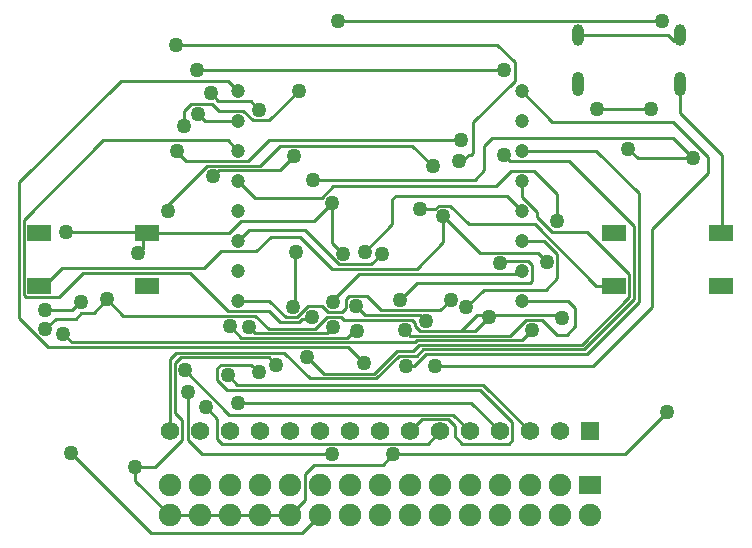
<source format=gbr>
%TF.GenerationSoftware,KiCad,Pcbnew,9.0.6*%
%TF.CreationDate,2025-12-04T12:23:30+01:00*%
%TF.ProjectId,Motherboard,4d6f7468-6572-4626-9f61-72642e6b6963,rev?*%
%TF.SameCoordinates,Original*%
%TF.FileFunction,Copper,L4,Bot*%
%TF.FilePolarity,Positive*%
%FSLAX46Y46*%
G04 Gerber Fmt 4.6, Leading zero omitted, Abs format (unit mm)*
G04 Created by KiCad (PCBNEW 9.0.6) date 2025-12-04 12:23:30*
%MOMM*%
%LPD*%
G01*
G04 APERTURE LIST*
%TA.AperFunction,SMDPad,CuDef*%
%ADD10R,2.100000X1.400000*%
%TD*%
%TA.AperFunction,ComponentPad*%
%ADD11C,1.200000*%
%TD*%
%TA.AperFunction,ComponentPad*%
%ADD12R,1.900000X1.574800*%
%TD*%
%TA.AperFunction,ComponentPad*%
%ADD13C,1.900000*%
%TD*%
%TA.AperFunction,ComponentPad*%
%ADD14C,1.570000*%
%TD*%
%TA.AperFunction,ComponentPad*%
%ADD15R,1.570000X1.570000*%
%TD*%
%TA.AperFunction,ComponentPad*%
%ADD16O,1.000000X1.850000*%
%TD*%
%TA.AperFunction,ComponentPad*%
%ADD17O,1.000000X2.100000*%
%TD*%
%TA.AperFunction,ComponentPad*%
%ADD18C,0.001000*%
%TD*%
%TA.AperFunction,ViaPad*%
%ADD19C,1.270000*%
%TD*%
%TA.AperFunction,Conductor*%
%ADD20C,0.254000*%
%TD*%
G04 APERTURE END LIST*
D10*
%TO.P,SW1,2,2*%
%TO.N,unconnected-(SW1-Pad2)*%
X128794099Y-105587115D03*
%TO.P,SW1,1,1*%
%TO.N,/B1*%
X119694099Y-105587115D03*
%TO.P,SW1,4,4*%
%TO.N,GND*%
X128794099Y-101087115D03*
%TO.P,SW1,3,3*%
%TO.N,unconnected-(SW1-Pad3)*%
X119694099Y-101087115D03*
%TD*%
%TO.P,SW2,3,3*%
%TO.N,unconnected-(SW2-Pad3)*%
X168335099Y-101087115D03*
%TO.P,SW2,4,4*%
%TO.N,GND*%
X177435099Y-101087115D03*
%TO.P,SW2,1,1*%
%TO.N,/B2*%
X168335099Y-105587115D03*
%TO.P,SW2,2,2*%
%TO.N,unconnected-(SW2-Pad2)*%
X177435099Y-105587115D03*
%TD*%
D11*
%TO.P,L1,16,COL8*%
%TO.N,/SEGG*%
X136526119Y-89094115D03*
%TO.P,L1,15,COL7*%
%TO.N,/SEGF*%
X136526119Y-91634115D03*
%TO.P,L1,14,ROW2*%
%TO.N,/DIG1*%
X136526119Y-94174115D03*
%TO.P,L1,13,COL1*%
%TO.N,/SEGDP*%
X136526119Y-96714115D03*
%TO.P,L1,12,ROW4*%
%TO.N,/DIG3*%
X136526119Y-99254125D03*
%TO.P,L1,11,COL6*%
%TO.N,/SEGE*%
X136526119Y-101794125D03*
%TO.P,L1,10,COL4*%
%TO.N,/SEGC*%
X136526119Y-104334125D03*
%TO.P,L1,9,ROW1*%
%TO.N,/DIG0*%
X136526119Y-106874125D03*
%TO.P,L1,8,ROW3*%
%TO.N,/DIG2*%
X160526079Y-106874125D03*
%TO.P,L1,7,ROW6*%
%TO.N,/DIG5*%
X160526079Y-104334125D03*
%TO.P,L1,6,COL5*%
%TO.N,/SEGD*%
X160526079Y-101794125D03*
%TO.P,L1,5,ROW8*%
%TO.N,/DIG7*%
X160526079Y-99254125D03*
%TO.P,L1,4,COL3*%
%TO.N,/SEGB*%
X160526079Y-96714115D03*
%TO.P,L1,3,COL2*%
%TO.N,/SEGA*%
X160526079Y-94174115D03*
%TO.P,L1,2,ROW7*%
%TO.N,/DIG6*%
X160526079Y-91634115D03*
%TO.P,L1,1,ROW5*%
%TO.N,/DIG4*%
X160526079Y-89094115D03*
%TD*%
D12*
%TO.P,J2,1,1*%
%TO.N,GND*%
X166306099Y-122495115D03*
D13*
%TO.P,J2,2,2*%
%TO.N,+3.3*%
X166306099Y-125035115D03*
%TO.P,J2,3,3*%
%TO.N,GND*%
X163766099Y-122495115D03*
%TO.P,J2,4,4*%
%TO.N,+3.3*%
X163766099Y-125035115D03*
%TO.P,J2,5,5*%
%TO.N,GND*%
X161226099Y-122495115D03*
%TO.P,J2,6,6*%
%TO.N,+3.3*%
X161226099Y-125035115D03*
%TO.P,J2,7,7*%
%TO.N,GND*%
X158686099Y-122495115D03*
%TO.P,J2,8,8*%
%TO.N,+3.3*%
X158686099Y-125035115D03*
%TO.P,J2,9,9*%
%TO.N,GND*%
X156146099Y-122495115D03*
%TO.P,J2,10,10*%
%TO.N,+3.3*%
X156146099Y-125035115D03*
%TO.P,J2,11,11*%
%TO.N,GND*%
X153606099Y-122495115D03*
%TO.P,J2,12,12*%
%TO.N,+3.3*%
X153606099Y-125035115D03*
%TO.P,J2,13,13*%
%TO.N,GND*%
X151066099Y-122495115D03*
%TO.P,J2,14,14*%
%TO.N,+3.3*%
X151066099Y-125035115D03*
%TO.P,J2,15,15*%
%TO.N,GND*%
X148526099Y-122495115D03*
%TO.P,J2,16,16*%
%TO.N,+3.3*%
X148526099Y-125035115D03*
%TO.P,J2,17,17*%
%TO.N,GND*%
X145986099Y-122495115D03*
%TO.P,J2,18,18*%
%TO.N,+3.3*%
X145986099Y-125035115D03*
%TO.P,J2,19,19*%
%TO.N,GND*%
X143446099Y-122495115D03*
%TO.P,J2,20,20*%
%TO.N,+3.3*%
X143446099Y-125035115D03*
%TO.P,J2,21,21*%
%TO.N,GND*%
X140906099Y-122495115D03*
%TO.P,J2,22,22*%
%TO.N,+5*%
X140906099Y-125035115D03*
%TO.P,J2,23,23*%
%TO.N,GND*%
X138366099Y-122495115D03*
%TO.P,J2,24,24*%
%TO.N,+5*%
X138366099Y-125035115D03*
%TO.P,J2,25,25*%
%TO.N,GND*%
X135826099Y-122495115D03*
%TO.P,J2,26,26*%
%TO.N,+5*%
X135826099Y-125035115D03*
%TO.P,J2,27,27*%
%TO.N,GND*%
X133286099Y-122495115D03*
%TO.P,J2,28,28*%
%TO.N,+5*%
X133286099Y-125035115D03*
%TO.P,J2,29,29*%
%TO.N,GND*%
X130746099Y-122495115D03*
%TO.P,J2,30,30*%
%TO.N,+5*%
X130746099Y-125035115D03*
%TD*%
D14*
%TO.P,J1,15,15*%
%TO.N,/IO44*%
X130746099Y-117923115D03*
%TO.P,J1,14,14*%
%TO.N,/IO43*%
X133286099Y-117923115D03*
%TO.P,J1,13,13*%
%TO.N,/IO38*%
X135826099Y-117923115D03*
%TO.P,J1,12,12*%
%TO.N,/IO18*%
X138366099Y-117923115D03*
%TO.P,J1,11,11*%
%TO.N,/IO17*%
X140906099Y-117923115D03*
%TO.P,J1,10,10*%
%TO.N,/IO15*%
X143446099Y-117923115D03*
%TO.P,J1,9,9*%
%TO.N,/IO10*%
X145986099Y-117923115D03*
%TO.P,J1,8,8*%
%TO.N,/IO9*%
X148526099Y-117923115D03*
%TO.P,J1,7,7*%
%TO.N,/IO8*%
X151066099Y-117923115D03*
%TO.P,J1,6,6*%
%TO.N,/IO7*%
X153606099Y-117923115D03*
%TO.P,J1,5,5*%
%TO.N,/IO6*%
X156146099Y-117923115D03*
%TO.P,J1,4,4*%
%TO.N,/IO5*%
X158686099Y-117923115D03*
%TO.P,J1,3,3*%
%TO.N,/IO4*%
X161226099Y-117923115D03*
%TO.P,J1,2,2*%
%TO.N,/IO02*%
X163766099Y-117923115D03*
D15*
%TO.P,J1,1,1*%
%TO.N,/IO01*%
X166306099Y-117923115D03*
%TD*%
D16*
%TO.P,USB1,B1A12,GND*%
%TO.N,GND*%
X165265099Y-84395115D03*
D17*
X165265099Y-88545115D03*
D16*
%TO.P,USB1,A1B12,GND*%
X173905109Y-84395115D03*
D17*
X173905109Y-88545115D03*
D18*
%TO.P,USB1,*%
%TO.N,*%
X166695119Y-87995105D03*
X172475089Y-87995105D03*
%TD*%
D19*
%TO.N,/IO44*%
X159042099Y-94529715D03*
%TO.N,/IO43*%
X133032499Y-87341515D03*
X159042099Y-87341515D03*
%TO.N,/IO38*%
X155384499Y-93259715D03*
X131356099Y-94174115D03*
%TO.N,/IO17*%
X141262099Y-94631315D03*
X134404099Y-96333115D03*
%TO.N,/IO9*%
X141439899Y-102708515D03*
X141135099Y-107382115D03*
%TO.N,/IO8*%
X138239499Y-112919315D03*
%TO.N,/IO7*%
X133769099Y-115891115D03*
X138290299Y-90668915D03*
X134175499Y-89297315D03*
%TO.N,/IO6*%
X132016499Y-112741515D03*
X141643099Y-89094115D03*
X131906869Y-92029495D03*
%TO.N,/IO5*%
X136537699Y-115484715D03*
%TO.N,/IO4*%
X135648699Y-113150705D03*
%TO.N,/BUZZER_SIG*%
X131279899Y-85182515D03*
X155232099Y-95063115D03*
%TO.N,/SEGG*%
X147180299Y-112157315D03*
%TO.N,/SEGF*%
X132245099Y-114595715D03*
X133134099Y-91075315D03*
X144485109Y-119853515D03*
%TO.N,/DIG1*%
X142782629Y-108213975D03*
%TO.N,/SEGDP*%
X163487099Y-100143115D03*
%TO.N,/DIG3*%
X144564099Y-109109315D03*
X137426699Y-109083915D03*
%TO.N,/SEGE*%
X148653499Y-102860915D03*
%TO.N,/SEGC*%
X146596099Y-109414115D03*
X135801099Y-109007715D03*
%TO.N,/DIG0*%
X154495089Y-106797915D03*
%TO.N,/DIG2*%
X150609299Y-109363315D03*
%TO.N,/DIG5*%
X144564099Y-106950315D03*
%TO.N,/SEGD*%
X155841699Y-107356715D03*
%TO.N,/DIG7*%
X147256499Y-102708515D03*
%TO.N,/SEGB*%
X142379699Y-111649315D03*
%TO.N,/SEGA*%
X150736299Y-112385915D03*
%TO.N,/DIG6*%
X150202899Y-106772515D03*
X158661099Y-103699115D03*
%TO.N,/DIG4*%
X153149299Y-112385915D03*
%TO.N,/SCL*%
X161404299Y-109363315D03*
X121704099Y-109668115D03*
%TO.N,/SDA*%
X163969699Y-108321915D03*
X120180099Y-109287115D03*
X157772099Y-108215285D03*
X125437899Y-106747115D03*
%TO.N,/B2*%
X151930099Y-99127115D03*
X152971089Y-95444115D03*
X130594099Y-99254115D03*
%TO.N,/B1*%
X153860499Y-99685915D03*
X162648899Y-103572115D03*
%TO.N,/fuse*%
X166916099Y-90618115D03*
X171488099Y-90618115D03*
%TO.N,GND*%
X146494499Y-107305915D03*
X145402099Y-102861115D03*
X121958099Y-101032115D03*
X144467329Y-98614285D03*
X120180099Y-107636115D03*
X152387299Y-108550515D03*
X123202699Y-106950315D03*
X128054099Y-102837085D03*
%TO.N,D_P*%
X142836899Y-96637915D03*
X175060099Y-94783715D03*
X169532299Y-93970915D03*
%TO.N,D_N*%
X144970499Y-83150515D03*
X172377099Y-83133095D03*
%TO.N,+5*%
X139738099Y-112258915D03*
X127800099Y-120971115D03*
X149646079Y-119853515D03*
X172808899Y-116297515D03*
%TO.N,+3.3*%
X122331119Y-119718535D03*
%TD*%
D20*
%TO.N,/DIG7*%
X159256119Y-97984115D02*
X160526069Y-99254065D01*
X149859099Y-97984115D02*
X159256119Y-97984115D01*
X149575119Y-98268095D02*
X149859099Y-97984115D01*
X149575119Y-100389895D02*
X149575119Y-98268095D01*
X147256499Y-102708515D02*
X149575119Y-100389895D01*
%TO.N,/fuse*%
X166916099Y-90618115D02*
X171488099Y-90618115D01*
%TO.N,/IO9*%
X141287499Y-107229715D02*
X141287499Y-102860915D01*
X141135099Y-107382115D02*
X141287499Y-107229715D01*
X141287499Y-102860915D02*
X141439899Y-102708515D01*
%TO.N,/IO43*%
X133032499Y-87341515D02*
X159042099Y-87341515D01*
%TO.N,/IO44*%
X159550099Y-95037715D02*
X164528499Y-95037715D01*
X159042099Y-94529715D02*
X159550099Y-95037715D01*
X164528499Y-95037715D02*
X170020129Y-100529345D01*
X170020129Y-106747115D02*
X170020129Y-100529345D01*
X165803729Y-110963515D02*
X170020129Y-106747115D01*
X152196799Y-110963515D02*
X165803729Y-110963515D01*
X151663399Y-111496915D02*
X152196799Y-110963515D01*
X150152099Y-111496915D02*
X151663399Y-111496915D01*
X148221699Y-113427315D02*
X150152099Y-111496915D01*
X142603169Y-113427315D02*
X148221699Y-113427315D01*
X140418769Y-111242915D02*
X142603169Y-113427315D01*
X131279489Y-111242915D02*
X140418769Y-111242915D01*
X130746089Y-111776315D02*
X131279489Y-111242915D01*
X130746089Y-117923115D02*
X130746089Y-111776315D01*
%TO.N,/IO38*%
X132108949Y-95037715D02*
X137375899Y-95037715D01*
X137375899Y-95037715D02*
X139153899Y-93259715D01*
X131356099Y-94284865D02*
X132108949Y-95037715D01*
X139153899Y-93259715D02*
X155384499Y-93259715D01*
X131356099Y-94284865D02*
X131356099Y-94174115D01*
%TO.N,/IO4*%
X135648699Y-113150705D02*
X136458709Y-113960715D01*
X136458709Y-113960715D02*
X157263689Y-113960715D01*
X157263689Y-113960715D02*
X161226089Y-117923115D01*
%TO.N,/IO17*%
X134912099Y-95825115D02*
X140068299Y-95825115D01*
X134404099Y-96333115D02*
X134912099Y-95825115D01*
X140068299Y-95825115D02*
X141262099Y-94631315D01*
%TO.N,/IO8*%
X137579099Y-112258915D02*
X138239499Y-112919315D01*
X135064499Y-112258915D02*
X137579099Y-112258915D01*
X134759699Y-112563715D02*
X135064499Y-112258915D01*
X134759699Y-113605115D02*
X134759699Y-112563715D01*
X134759699Y-113605115D02*
X135597899Y-114443315D01*
X135597899Y-114443315D02*
X157010099Y-114443315D01*
X157010099Y-114443315D02*
X159727899Y-117161115D01*
X159727899Y-118685115D02*
X159727899Y-117161115D01*
X159448499Y-118964515D02*
X159727899Y-118685115D01*
X155486099Y-118964515D02*
X159448499Y-118964515D01*
X154851099Y-118329515D02*
X155486099Y-118964515D01*
X154851099Y-118329515D02*
X154851099Y-117491315D01*
X154243889Y-116884105D02*
X154851099Y-117491315D01*
X152105109Y-116884105D02*
X154243889Y-116884105D01*
X151066089Y-117923115D02*
X152105109Y-116884105D01*
%TO.N,/IO7*%
X134175499Y-89297315D02*
X134835899Y-89957715D01*
X134835899Y-89957715D02*
X137579099Y-89957715D01*
X137579099Y-89957715D02*
X138290299Y-90668915D01*
X133769099Y-115891115D02*
X134706109Y-116828125D01*
X134706109Y-118555325D02*
X134706109Y-116828125D01*
X134706109Y-118555325D02*
X135115299Y-118964515D01*
X135115299Y-118964515D02*
X152564689Y-118964515D01*
X152564689Y-118964515D02*
X153606089Y-117923115D01*
%TO.N,/IO5*%
X136537699Y-115484715D02*
X156247689Y-115484715D01*
X156247689Y-115484715D02*
X158686089Y-117923115D01*
%TO.N,/SEGE*%
X136526119Y-101794065D02*
X137440469Y-100879715D01*
X137440469Y-100879715D02*
X142163459Y-100879715D01*
X142163459Y-100879715D02*
X145033859Y-103750115D01*
X145033859Y-103750115D02*
X147764299Y-103750115D01*
X147764299Y-103750115D02*
X148653499Y-102860915D01*
%TO.N,/DIG1*%
X135637169Y-93285115D02*
X136526119Y-94174065D01*
X125107699Y-93285115D02*
X135637169Y-93285115D01*
X118376699Y-100016115D02*
X125107699Y-93285115D01*
X118376699Y-106391515D02*
X118376699Y-100016115D01*
X118529099Y-106543915D02*
X121373899Y-106543915D01*
X118376699Y-106391515D02*
X118529099Y-106543915D01*
X121373899Y-106543915D02*
X123405899Y-104511915D01*
X123405899Y-104511915D02*
X132457949Y-104511915D01*
X132457949Y-104511915D02*
X135674099Y-107728065D01*
X135674099Y-107728065D02*
X139144249Y-107728065D01*
X139144249Y-107728065D02*
X140093699Y-108677515D01*
X140093699Y-108677515D02*
X141639629Y-108677515D01*
X141639629Y-108677515D02*
X141908769Y-108408375D01*
X141908769Y-108408375D02*
X142588229Y-108408375D01*
X142588229Y-108408375D02*
X142782629Y-108213975D01*
%TO.N,/DIG0*%
X136526119Y-106874065D02*
X139153849Y-106874065D01*
X139153849Y-106874065D02*
X140550899Y-108271115D01*
X140550899Y-108271115D02*
X141503329Y-108271115D01*
X141503329Y-108271115D02*
X142024099Y-107750345D01*
X142024099Y-107750345D02*
X142024099Y-107715275D01*
X142024099Y-107715275D02*
X142458859Y-107280515D01*
X142458859Y-107280515D02*
X143598899Y-107280515D01*
X143598899Y-107280515D02*
X144157699Y-107839315D01*
X144157699Y-107839315D02*
X145275299Y-107839315D01*
X145275299Y-107839315D02*
X145605499Y-107509115D01*
X145605499Y-107509115D02*
X145605499Y-106747115D01*
X145605499Y-106747115D02*
X145935699Y-106416915D01*
X145935699Y-106416915D02*
X147383499Y-106416915D01*
X147383499Y-106416915D02*
X148628099Y-107661515D01*
X148628099Y-107661515D02*
X153631489Y-107661515D01*
X153631489Y-107661515D02*
X154495089Y-106797915D01*
%TO.N,/SEGG*%
X145783299Y-110760315D02*
X147180299Y-112157315D01*
X120396069Y-110760315D02*
X145783299Y-110760315D01*
X117995699Y-108359945D02*
X120396069Y-110760315D01*
X117995699Y-108359945D02*
X117995699Y-96790315D01*
X117995699Y-96790315D02*
X126555499Y-88230515D01*
X126555499Y-88230515D02*
X135662569Y-88230515D01*
X135662569Y-88230515D02*
X136526119Y-89094065D01*
%TO.N,/DIG6*%
X158661099Y-103699115D02*
X158889699Y-103470515D01*
X158889699Y-103470515D02*
X161074099Y-103470515D01*
X161074099Y-103470515D02*
X161404299Y-103800715D01*
X161404299Y-105172315D02*
X161404299Y-103800715D01*
X151625299Y-105350115D02*
X161226499Y-105350115D01*
X161226499Y-105350115D02*
X161404299Y-105172315D01*
X150202899Y-106772515D02*
X151625299Y-105350115D01*
%TO.N,/SEGD*%
X160526069Y-101794065D02*
X162394849Y-101794065D01*
X162394849Y-101794065D02*
X163537899Y-102937115D01*
X163537899Y-104969115D02*
X163537899Y-102937115D01*
X162598099Y-105908915D02*
X163537899Y-104969115D01*
X157289499Y-105908915D02*
X162598099Y-105908915D01*
X155841699Y-107356715D02*
X157289499Y-105908915D01*
%TO.N,/SEGDP*%
X136526119Y-96714065D02*
X137973969Y-98161915D01*
X137973969Y-98161915D02*
X143573499Y-98161915D01*
X143573499Y-98161915D02*
X144564099Y-97171315D01*
X144564099Y-97171315D02*
X158330899Y-97171315D01*
X158330899Y-97171315D02*
X159651699Y-95850515D01*
X159651699Y-95850515D02*
X161582099Y-95850515D01*
X161582099Y-95850515D02*
X163537899Y-97806315D01*
X163537899Y-100092315D02*
X163537899Y-97806315D01*
X163487099Y-100143115D02*
X163537899Y-100092315D01*
%TO.N,/DIG4*%
X160526069Y-89094065D02*
X163118749Y-91686745D01*
X163118749Y-91686745D02*
X173318729Y-91686745D01*
X173318729Y-91686745D02*
X176314099Y-94682115D01*
X176314099Y-96053715D02*
X176314099Y-94682115D01*
X171564299Y-100803515D02*
X176314099Y-96053715D01*
X171564299Y-107407515D02*
X171564299Y-100803515D01*
X166585899Y-112385915D02*
X171564299Y-107407515D01*
X153149299Y-112385915D02*
X166585899Y-112385915D01*
%TO.N,/SEGB*%
X160526069Y-98046355D02*
X160526069Y-96714065D01*
X160526069Y-98046355D02*
X161822469Y-99342755D01*
X161822469Y-99735715D02*
X161822469Y-99342755D01*
X161822469Y-99735715D02*
X163118869Y-101032115D01*
X163118869Y-101032115D02*
X166038169Y-101032115D01*
X166038169Y-101032115D02*
X169639129Y-104633075D01*
X169639129Y-106541125D02*
X169639129Y-104633075D01*
X165597739Y-110582515D02*
X169639129Y-106541125D01*
X151815799Y-110582515D02*
X165597739Y-110582515D01*
X151282399Y-111115915D02*
X151815799Y-110582515D01*
X149981669Y-111115915D02*
X151282399Y-111115915D01*
X148051269Y-113046315D02*
X149981669Y-111115915D01*
X143776699Y-113046315D02*
X148051269Y-113046315D01*
X142379699Y-111649315D02*
X143776699Y-113046315D01*
%TO.N,/SEGA*%
X160526069Y-94174065D02*
X166839899Y-94174065D01*
X166839899Y-94174065D02*
X170421299Y-97755465D01*
X170421299Y-106975715D02*
X170421299Y-97755465D01*
X166052499Y-111344515D02*
X170421299Y-106975715D01*
X152412699Y-111344515D02*
X166052499Y-111344515D01*
X151371299Y-112385915D02*
X152412699Y-111344515D01*
X150736299Y-112385915D02*
X151371299Y-112385915D01*
%TO.N,/DIG5*%
X160053069Y-104334065D02*
X160526069Y-104334065D01*
X146748089Y-104588115D02*
X160053069Y-104588115D01*
X160053069Y-104588115D02*
X160053069Y-104334065D01*
X144564099Y-106772105D02*
X146748089Y-104588115D01*
X144564099Y-106950315D02*
X144564099Y-106772105D01*
%TO.N,/IO6*%
X132491069Y-90186315D02*
X134314899Y-90186315D01*
X134314899Y-90186315D02*
X134899099Y-90770515D01*
X132016499Y-112741515D02*
X135775699Y-116500715D01*
X137756899Y-91583315D02*
X139153899Y-91583315D01*
X134899099Y-90770515D02*
X136944099Y-90770515D01*
X139153899Y-91583315D02*
X141643099Y-89094115D01*
X154723689Y-116500715D02*
X156146089Y-117923115D01*
X131906869Y-90770515D02*
X132491069Y-90186315D01*
X135775699Y-116500715D02*
X154723689Y-116500715D01*
X136944099Y-90770515D02*
X137756899Y-91583315D01*
X131906869Y-92029495D02*
X131906869Y-90770515D01*
%TO.N,/BUZZER_SIG*%
X156425899Y-94351915D02*
X156425899Y-91735715D01*
X155232099Y-95063115D02*
X155507029Y-95063115D01*
X159931099Y-88230515D02*
X159931099Y-86655715D01*
X131279899Y-85182515D02*
X158457899Y-85182515D01*
X156425899Y-91735715D02*
X159931099Y-88230515D01*
X158457899Y-85182515D02*
X159931099Y-86655715D01*
X156038619Y-94531525D02*
X156246289Y-94531525D01*
X155507029Y-95063115D02*
X156038619Y-94531525D01*
X156246289Y-94531525D02*
X156425899Y-94351915D01*
%TO.N,/SEGF*%
X133413499Y-119853515D02*
X144485109Y-119853515D01*
X133134099Y-91075315D02*
X133692849Y-91634065D01*
X132245099Y-118685115D02*
X133413499Y-119853515D01*
X132245099Y-118685115D02*
X132245099Y-114595715D01*
X133692849Y-91634065D02*
X136526119Y-91634065D01*
%TO.N,/DIG3*%
X144056099Y-109617315D02*
X144564099Y-109109315D01*
X137960099Y-109617315D02*
X144056099Y-109617315D01*
X137426699Y-109083915D02*
X137960099Y-109617315D01*
%TO.N,/SEGC*%
X145743459Y-109998315D02*
X146327659Y-109414115D01*
X146327659Y-109414115D02*
X146596099Y-109414115D01*
X136766299Y-109998315D02*
X145743459Y-109998315D01*
X135801099Y-109033115D02*
X135801099Y-109007715D01*
X135801099Y-109033115D02*
X136766299Y-109998315D01*
%TO.N,/DIG2*%
X160526069Y-106874065D02*
X164410999Y-106874065D01*
X150609299Y-109363315D02*
X151066499Y-109820515D01*
X159536279Y-109820515D02*
X160882479Y-108474315D01*
X151066499Y-109820515D02*
X159536279Y-109820515D01*
X164318999Y-109760165D02*
X165046049Y-109033115D01*
X162230919Y-108474315D02*
X163516769Y-109760165D01*
X163516769Y-109760165D02*
X164318999Y-109760165D01*
X164410999Y-106874065D02*
X165046049Y-107509115D01*
X165046049Y-109033115D02*
X165046049Y-107509115D01*
X160882479Y-108474315D02*
X162230919Y-108474315D01*
%TO.N,/SCL*%
X151447499Y-110379315D02*
X151625299Y-110201515D01*
X160566099Y-110201515D02*
X161404299Y-109363315D01*
X121718539Y-109668115D02*
X122429739Y-110379315D01*
X151625299Y-110201515D02*
X160566099Y-110201515D01*
X121704099Y-109668115D02*
X121718539Y-109668115D01*
X122429739Y-110379315D02*
X151447499Y-110379315D01*
%TO.N,/SDA*%
X120180099Y-109287115D02*
X121102799Y-108364415D01*
X156730699Y-108093315D02*
X163741099Y-108093315D01*
X126799849Y-108109065D02*
X137975849Y-108109065D01*
X155384499Y-109439515D02*
X156730699Y-108093315D01*
X121102799Y-108364415D02*
X122766569Y-108364415D01*
X156547869Y-109439515D02*
X157772099Y-108215285D01*
X151193499Y-108474315D02*
X151498299Y-108779115D01*
X151498299Y-109033115D02*
X151498299Y-108779115D01*
X155384499Y-109439515D02*
X156547869Y-109439515D01*
X163741099Y-108093315D02*
X163969699Y-108321915D01*
X145453099Y-108474315D02*
X145707099Y-108474315D01*
X125437899Y-106747115D02*
X126799849Y-108109065D01*
X151904699Y-109439515D02*
X155384499Y-109439515D01*
X122766569Y-108364415D02*
X123240869Y-107890115D01*
X151498299Y-109033115D02*
X151904699Y-109439515D01*
X123240869Y-107890115D02*
X124294899Y-107890115D01*
X145707099Y-108474315D02*
X151193499Y-108474315D01*
X143675099Y-108587495D02*
X144042279Y-108220315D01*
X145199099Y-108220315D02*
X145453099Y-108474315D01*
X144042279Y-108220315D02*
X145199099Y-108220315D01*
X137975849Y-108109065D02*
X139103099Y-109236315D01*
X143026279Y-109236315D02*
X143675099Y-108587495D01*
X139103099Y-109236315D02*
X139537489Y-109236315D01*
X124294899Y-107890115D02*
X125437899Y-106747115D01*
X139537489Y-109236315D02*
X143026279Y-109236315D01*
%TO.N,/B2*%
X166797479Y-105587095D02*
X168335099Y-105587095D01*
X138379049Y-95444115D02*
X140099089Y-93724075D01*
X151251059Y-93724075D02*
X152971089Y-95444115D01*
X130594099Y-99254115D02*
X130594099Y-98744135D01*
X154470099Y-98796915D02*
X156070299Y-100397115D01*
X153162069Y-99127115D02*
X153492269Y-98796915D01*
X151930099Y-99127115D02*
X153162069Y-99127115D01*
X153492269Y-98796915D02*
X154470099Y-98796915D01*
X140099089Y-93724075D02*
X151251059Y-93724075D01*
X161607499Y-100397115D02*
X166797479Y-105587095D01*
X130594099Y-98744135D02*
X133894119Y-95444115D01*
X156070299Y-100397115D02*
X161607499Y-100397115D01*
X133894119Y-95444115D02*
X138379049Y-95444115D01*
%TO.N,/B1*%
X153860499Y-101921115D02*
X153860499Y-99685915D01*
X120053099Y-105587095D02*
X121592539Y-104047655D01*
X121592539Y-104047655D02*
X133649159Y-104047655D01*
X151650499Y-104131115D02*
X153860499Y-101921115D01*
X141744699Y-101438515D02*
X144437299Y-104131115D01*
X144437299Y-104131115D02*
X151650499Y-104131115D01*
X156984699Y-102810115D02*
X161886899Y-102810115D01*
X135039099Y-102657715D02*
X138036299Y-102657715D01*
X161886899Y-102810115D02*
X162648899Y-103572115D01*
X119694099Y-105587095D02*
X120053099Y-105587095D01*
X138036299Y-102657715D02*
X139255499Y-101438515D01*
X153860499Y-99685915D02*
X156984699Y-102810115D01*
X139255499Y-101438515D02*
X141744699Y-101438515D01*
X133649159Y-104047655D02*
X135039099Y-102657715D01*
%TO.N,GND*%
X120180099Y-107636115D02*
X122451659Y-107636115D01*
X147231099Y-108042515D02*
X151879299Y-108042515D01*
X177435099Y-101087135D02*
X177457099Y-101087135D01*
X128435099Y-102456085D02*
X128435099Y-101087135D01*
X173905109Y-90973715D02*
X173905109Y-88545115D01*
X122451659Y-107636115D02*
X123137459Y-106950315D01*
X123137459Y-106950315D02*
X123202699Y-106950315D01*
X128794099Y-101082915D02*
X135750299Y-101082915D01*
X173905109Y-90973715D02*
X177457099Y-94525705D01*
X128435099Y-101087135D02*
X128794099Y-101087135D01*
X172889109Y-84395115D02*
X173397109Y-84903115D01*
X144467329Y-101926345D02*
X145402099Y-102861115D01*
X144467329Y-101926345D02*
X144467329Y-98614285D01*
X177457099Y-101087135D02*
X177457099Y-94525705D01*
X165265099Y-84395115D02*
X172889109Y-84395115D01*
X128054099Y-102837085D02*
X128435099Y-102456085D01*
X128380079Y-101032115D02*
X128435099Y-101087135D01*
X135750299Y-101082915D02*
X136715499Y-100117715D01*
X136715499Y-100117715D02*
X142963899Y-100117715D01*
X173397109Y-84903115D02*
X173905109Y-84395115D01*
X146494499Y-107305915D02*
X147231099Y-108042515D01*
X151879299Y-108042515D02*
X152387299Y-108550515D01*
X121958099Y-101032115D02*
X128380079Y-101032115D01*
X142963899Y-100117715D02*
X144467329Y-98614285D01*
%TO.N,D_P*%
X157365699Y-93716915D02*
X158026099Y-93056515D01*
X170345099Y-94783715D02*
X175060099Y-94783715D01*
X156552899Y-96637915D02*
X157365699Y-95825115D01*
X142836899Y-96637915D02*
X156552899Y-96637915D01*
X173332899Y-93056515D02*
X175060099Y-94783715D01*
X169532299Y-93970915D02*
X170345099Y-94783715D01*
X157365699Y-95825115D02*
X157365699Y-93716915D01*
X158026099Y-93056515D02*
X173332899Y-93056515D01*
%TO.N,D_N*%
X172368389Y-83141805D02*
X172377099Y-83133095D01*
X144979209Y-83141805D02*
X172368389Y-83141805D01*
X144970499Y-83150515D02*
X144979209Y-83141805D01*
%TO.N,+5*%
X131127499Y-116322915D02*
X131127499Y-112157315D01*
X133261099Y-125035115D02*
X135801099Y-125035115D01*
X131127499Y-112157315D02*
X131660899Y-111623915D01*
X142938499Y-120742515D02*
X148757079Y-120742515D01*
X142151099Y-123765115D02*
X142151099Y-121529915D01*
X129501899Y-120971115D02*
X131787899Y-118685115D01*
X127800099Y-122114115D02*
X127800099Y-120971115D01*
X135801099Y-125035115D02*
X138341099Y-125035115D01*
X148757079Y-120742515D02*
X149646079Y-119853515D01*
X127800099Y-122114115D02*
X130721099Y-125035115D01*
X130721099Y-125035115D02*
X133261099Y-125035115D01*
X138341099Y-125035115D02*
X140881099Y-125035115D01*
X131787899Y-118685115D02*
X131787899Y-116983315D01*
X127800099Y-120971115D02*
X129501899Y-120971115D01*
X149646079Y-119853515D02*
X169252899Y-119853515D01*
X140881099Y-125035115D02*
X142151099Y-123765115D01*
X169252899Y-119853515D02*
X172808899Y-116297515D01*
X131660899Y-111623915D02*
X139103099Y-111623915D01*
X142151099Y-121529915D02*
X142938499Y-120742515D01*
X139103099Y-111623915D02*
X139738099Y-112258915D01*
X131127499Y-116322915D02*
X131787899Y-116983315D01*
%TO.N,+3.3*%
X122331119Y-119718535D02*
X129171699Y-126559115D01*
X141897099Y-126559115D02*
X143421099Y-125035115D01*
X129171699Y-126559115D02*
X141897099Y-126559115D01*
%TD*%
M02*

</source>
